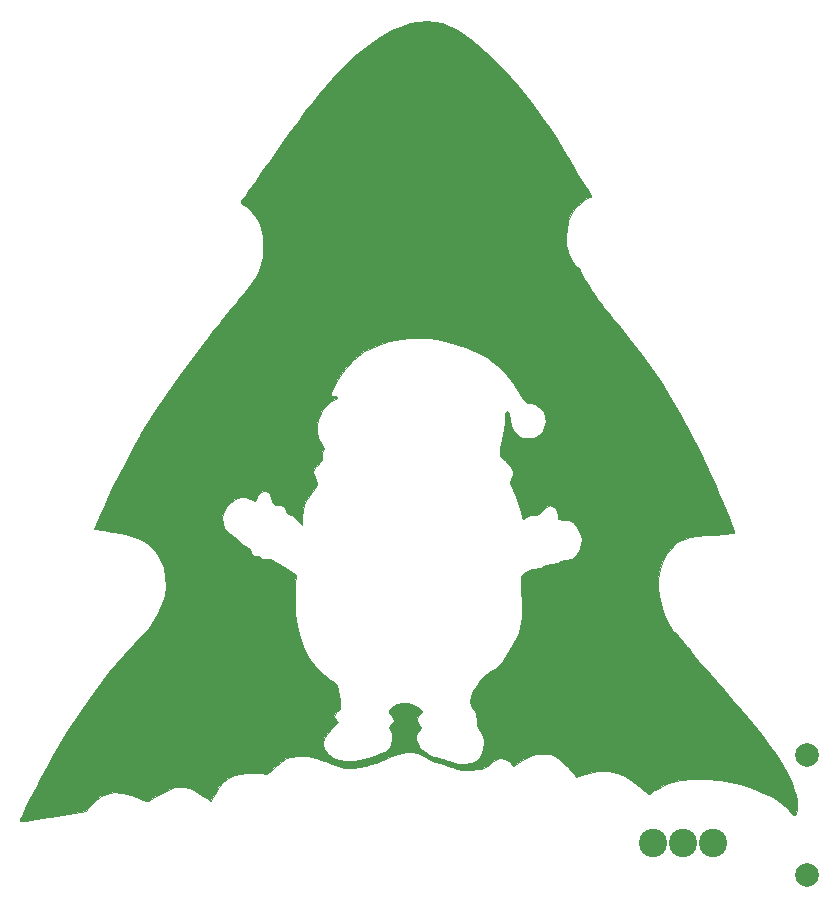
<source format=gbr>
%TF.GenerationSoftware,KiCad,Pcbnew,9.0.6*%
%TF.CreationDate,2025-12-01T09:21:34+01:00*%
%TF.ProjectId,BL_Santa,424c5f53-616e-4746-912e-6b696361645f,rev?*%
%TF.SameCoordinates,Original*%
%TF.FileFunction,Soldermask,Top*%
%TF.FilePolarity,Negative*%
%FSLAX46Y46*%
G04 Gerber Fmt 4.6, Leading zero omitted, Abs format (unit mm)*
G04 Created by KiCad (PCBNEW 9.0.6) date 2025-12-01 09:21:34*
%MOMM*%
%LPD*%
G01*
G04 APERTURE LIST*
%ADD10C,0.010000*%
%ADD11C,2.400000*%
%ADD12C,2.000000*%
G04 APERTURE END LIST*
D10*
%TO.C,G\u002A\u002A\u002A*%
X121587599Y-60490430D02*
X122204809Y-60624925D01*
X122338214Y-60672029D01*
X122943936Y-60936540D01*
X123545278Y-61265172D01*
X124160413Y-61671466D01*
X124807516Y-62168965D01*
X125504762Y-62771212D01*
X126270325Y-63491749D01*
X126722962Y-63939231D01*
X127208174Y-64428982D01*
X127621680Y-64855634D01*
X127986703Y-65246240D01*
X128326464Y-65627850D01*
X128664186Y-66027516D01*
X129023089Y-66472289D01*
X129426396Y-66989220D01*
X129897329Y-67605361D01*
X130103226Y-67876920D01*
X130722817Y-68711871D01*
X131261454Y-69477856D01*
X131754558Y-70228920D01*
X132237547Y-71019106D01*
X132745842Y-71902459D01*
X132771822Y-71948733D01*
X133193952Y-72686545D01*
X133601575Y-73370726D01*
X133979741Y-73977348D01*
X134313500Y-74482484D01*
X134587902Y-74862206D01*
X134609165Y-74889398D01*
X134770842Y-75140416D01*
X134790887Y-75302580D01*
X134669294Y-75374159D01*
X134610385Y-75377733D01*
X134419802Y-75436462D01*
X134160062Y-75591690D01*
X133872941Y-75811980D01*
X133600215Y-76065893D01*
X133418510Y-76274668D01*
X133073710Y-76810180D01*
X132841379Y-77383311D01*
X132708019Y-78035634D01*
X132665067Y-78595066D01*
X132655968Y-79045417D01*
X132669732Y-79381108D01*
X132711856Y-79655922D01*
X132787837Y-79923640D01*
X132806399Y-79977696D01*
X132922792Y-80251630D01*
X133082907Y-80554948D01*
X133262308Y-80849586D01*
X133436559Y-81097478D01*
X133581225Y-81260558D01*
X133658072Y-81304400D01*
X133733001Y-81374228D01*
X133824351Y-81543965D01*
X133831247Y-81560285D01*
X133974071Y-81855486D01*
X134193051Y-82248198D01*
X134464069Y-82699481D01*
X134763005Y-83170395D01*
X135065740Y-83622002D01*
X135348154Y-84015362D01*
X135369229Y-84043256D01*
X135589543Y-84327905D01*
X135890879Y-84709249D01*
X136246256Y-85153566D01*
X136628693Y-85627132D01*
X137011210Y-86096225D01*
X137033467Y-86123361D01*
X138103315Y-87451903D01*
X139063988Y-88700802D01*
X139935167Y-89900276D01*
X140736536Y-91080543D01*
X141487777Y-92271822D01*
X142208572Y-93504330D01*
X142918604Y-94808285D01*
X143637555Y-96213905D01*
X143738496Y-96417400D01*
X144031610Y-97021118D01*
X144342310Y-97680381D01*
X144663413Y-98378262D01*
X144987738Y-99097836D01*
X145308104Y-99822175D01*
X145617330Y-100534355D01*
X145908233Y-101217450D01*
X146173632Y-101854533D01*
X146406347Y-102428678D01*
X146599195Y-102922960D01*
X146744995Y-103320453D01*
X146836565Y-103604231D01*
X146866725Y-103757367D01*
X146861184Y-103777237D01*
X146768762Y-103794819D01*
X146535706Y-103820523D01*
X146190375Y-103851741D01*
X145761130Y-103885867D01*
X145386332Y-103912824D01*
X144480661Y-103984649D01*
X143734631Y-104065073D01*
X143138703Y-104155555D01*
X142683334Y-104257551D01*
X142358984Y-104372519D01*
X142350331Y-104376585D01*
X142077722Y-104555985D01*
X141759196Y-104841652D01*
X141432156Y-105192433D01*
X141134006Y-105567179D01*
X140902147Y-105924740D01*
X140847500Y-106029980D01*
X140570485Y-106796230D01*
X140430495Y-107638234D01*
X140427056Y-108532912D01*
X140559694Y-109457183D01*
X140827938Y-110387967D01*
X140942900Y-110684785D01*
X141181384Y-111195938D01*
X141457939Y-111680851D01*
X141743755Y-112093346D01*
X141998699Y-112377066D01*
X142135272Y-112518889D01*
X142350730Y-112763099D01*
X142618949Y-113079241D01*
X142913806Y-113436861D01*
X143015412Y-113562400D01*
X143265064Y-113866410D01*
X143606515Y-114273429D01*
X144019383Y-114759624D01*
X144483286Y-115301160D01*
X144977843Y-115874205D01*
X145482672Y-116454923D01*
X145766771Y-116779733D01*
X146799438Y-117967816D01*
X147717789Y-119047527D01*
X148528664Y-120028792D01*
X149238904Y-120921540D01*
X149855349Y-121735696D01*
X150384840Y-122481189D01*
X150834216Y-123167945D01*
X151210318Y-123805893D01*
X151519986Y-124404960D01*
X151770062Y-124975072D01*
X151967384Y-125526157D01*
X152091555Y-125958822D01*
X152190422Y-126446868D01*
X152231587Y-126892820D01*
X152215100Y-127262699D01*
X152141012Y-127522524D01*
X152089127Y-127594260D01*
X151973338Y-127689083D01*
X151890273Y-127664378D01*
X151794177Y-127536810D01*
X151387988Y-127064607D01*
X150829340Y-126604973D01*
X150135071Y-126166916D01*
X149322019Y-125759446D01*
X148407020Y-125391573D01*
X147406912Y-125072306D01*
X146971758Y-124956437D01*
X145723636Y-124702631D01*
X144525970Y-124578541D01*
X143391833Y-124583561D01*
X142334298Y-124717085D01*
X141366439Y-124978507D01*
X140731996Y-125245807D01*
X140402294Y-125418781D01*
X140118454Y-125585177D01*
X139924769Y-125718322D01*
X139880165Y-125758784D01*
X139739885Y-125883128D01*
X139650388Y-125923733D01*
X139558383Y-125869182D01*
X139374042Y-125721981D01*
X139127130Y-125506805D01*
X138933524Y-125329439D01*
X138259039Y-124767358D01*
X137597086Y-124358106D01*
X136925096Y-124088857D01*
X136611089Y-124009464D01*
X136202157Y-123941931D01*
X135808929Y-123922440D01*
X135388569Y-123954364D01*
X134898239Y-124041077D01*
X134295103Y-124185952D01*
X134262659Y-124194407D01*
X133467184Y-124402267D01*
X133335634Y-124210500D01*
X133094928Y-123907291D01*
X132773323Y-123565815D01*
X132416513Y-123229152D01*
X132070196Y-122940379D01*
X131780068Y-122742576D01*
X131776254Y-122740453D01*
X131519470Y-122611118D01*
X131288531Y-122536648D01*
X131017861Y-122502668D01*
X130655466Y-122494800D01*
X130113117Y-122536199D01*
X129607383Y-122671071D01*
X129094147Y-122915606D01*
X128560338Y-123263590D01*
X128338549Y-123417229D01*
X128180744Y-123515764D01*
X128125535Y-123537717D01*
X128080373Y-123450873D01*
X127997527Y-123287252D01*
X127805522Y-123053466D01*
X127504478Y-122919164D01*
X127074988Y-122875737D01*
X127069758Y-122875733D01*
X126801160Y-122893363D01*
X126609121Y-122970174D01*
X126411610Y-123142041D01*
X126375242Y-123179485D01*
X126098375Y-123439183D01*
X125824378Y-123619985D01*
X125512558Y-123735996D01*
X125122221Y-123801320D01*
X124612672Y-123830060D01*
X124490583Y-123832700D01*
X124061703Y-123836759D01*
X123753562Y-123826328D01*
X123517720Y-123794230D01*
X123305740Y-123733287D01*
X123069184Y-123636324D01*
X123021397Y-123615004D01*
X122654359Y-123471580D01*
X122256072Y-123347869D01*
X122008083Y-123289796D01*
X121282570Y-123070971D01*
X120624279Y-122698584D01*
X120575999Y-122663078D01*
X120138389Y-122420266D01*
X119640337Y-122307567D01*
X119071640Y-122325678D01*
X118422092Y-122475300D01*
X117681493Y-122757130D01*
X117414639Y-122879616D01*
X117031740Y-123041733D01*
X116551744Y-123215641D01*
X116043142Y-123377704D01*
X115678972Y-123478572D01*
X115143939Y-123602836D01*
X114680561Y-123676526D01*
X114254715Y-123695178D01*
X113832281Y-123654325D01*
X113379139Y-123549502D01*
X112861169Y-123376244D01*
X112244248Y-123130084D01*
X111901800Y-122984220D01*
X111498471Y-122821452D01*
X111164732Y-122721780D01*
X110821709Y-122666863D01*
X110420133Y-122639649D01*
X109853219Y-122641222D01*
X109380217Y-122713746D01*
X108957027Y-122874845D01*
X108539552Y-123142142D01*
X108083692Y-123533262D01*
X108010301Y-123602720D01*
X107360118Y-124223901D01*
X106773459Y-124132198D01*
X106208828Y-124081048D01*
X105606241Y-124088650D01*
X105030768Y-124150875D01*
X104547480Y-124263592D01*
X104511627Y-124275757D01*
X104057927Y-124509939D01*
X103610454Y-124878448D01*
X103202909Y-125348519D01*
X102884031Y-125858137D01*
X102733579Y-126145689D01*
X102614972Y-126369039D01*
X102548107Y-126490834D01*
X102541016Y-126502104D01*
X102469861Y-126466379D01*
X102302295Y-126346351D01*
X102071842Y-126166303D01*
X102024718Y-126128130D01*
X101399723Y-125687425D01*
X100792155Y-125405505D01*
X100187156Y-125282080D01*
X99569869Y-125316858D01*
X98925436Y-125509547D01*
X98239000Y-125859855D01*
X97943442Y-126047988D01*
X97640385Y-126246475D01*
X97388603Y-126403262D01*
X97221650Y-126497896D01*
X97174916Y-126516400D01*
X97066066Y-126484437D01*
X96853630Y-126401510D01*
X96638401Y-126309515D01*
X95808414Y-125987199D01*
X95069281Y-125800271D01*
X94407027Y-125751133D01*
X93807679Y-125842187D01*
X93257263Y-126075837D01*
X92741806Y-126454484D01*
X92247334Y-126980532D01*
X92169828Y-127077775D01*
X91962800Y-127342818D01*
X89507466Y-127735095D01*
X88866654Y-127837526D01*
X88266207Y-127933603D01*
X87730494Y-128019417D01*
X87283886Y-128091062D01*
X86950752Y-128144633D01*
X86755460Y-128176220D01*
X86734633Y-128179631D01*
X86523807Y-128201199D01*
X86432734Y-128163956D01*
X86417133Y-128089825D01*
X86455939Y-127962059D01*
X86565550Y-127705598D01*
X86735756Y-127340444D01*
X86956347Y-126886598D01*
X87217114Y-126364061D01*
X87507847Y-125792833D01*
X87818336Y-125192917D01*
X88138371Y-124584313D01*
X88457743Y-123987022D01*
X88766241Y-123421046D01*
X89053655Y-122906385D01*
X89143561Y-122748733D01*
X90346510Y-120727920D01*
X91546960Y-118864655D01*
X92753197Y-117147496D01*
X93973506Y-115565000D01*
X95216170Y-114105725D01*
X96059070Y-113197817D01*
X96747685Y-112455729D01*
X97310424Y-111787355D01*
X97761162Y-111170789D01*
X98113772Y-110584123D01*
X98382131Y-110005449D01*
X98580111Y-109412861D01*
X98660079Y-109090931D01*
X98764222Y-108294770D01*
X98732266Y-107498414D01*
X98572884Y-106729140D01*
X98294750Y-106014227D01*
X97906539Y-105380952D01*
X97416925Y-104856591D01*
X97277874Y-104744334D01*
X96922715Y-104501144D01*
X96535759Y-104293491D01*
X96093613Y-104114135D01*
X95572886Y-103955836D01*
X94950187Y-103811355D01*
X94202123Y-103673451D01*
X93427755Y-103552696D01*
X92691378Y-103444733D01*
X93068777Y-102555733D01*
X103522131Y-102555733D01*
X103561939Y-102999473D01*
X103703622Y-103343479D01*
X103973395Y-103639504D01*
X104134200Y-103764137D01*
X104449858Y-104009840D01*
X104776708Y-104292637D01*
X104945561Y-104453395D01*
X105197602Y-104684490D01*
X105455302Y-104885721D01*
X105598895Y-104977218D01*
X105846541Y-105179791D01*
X105936848Y-105368165D01*
X106062346Y-105614490D01*
X106308753Y-105746591D01*
X106555178Y-105773066D01*
X106745195Y-105804012D01*
X106842164Y-105876493D01*
X106943334Y-105943184D01*
X107161083Y-105980943D01*
X107251386Y-105984729D01*
X107417605Y-105990553D01*
X107564452Y-106011925D01*
X107719168Y-106061821D01*
X107908996Y-106153215D01*
X108161179Y-106299083D01*
X108502958Y-106512399D01*
X108920303Y-106779605D01*
X109791140Y-107339400D01*
X109724637Y-108101400D01*
X109658317Y-109382075D01*
X109696312Y-110548112D01*
X109841877Y-111620743D01*
X110098270Y-112621202D01*
X110468747Y-113570720D01*
X110607614Y-113858733D01*
X110836238Y-114277475D01*
X111081482Y-114642447D01*
X111384153Y-115008913D01*
X111721927Y-115367850D01*
X112043905Y-115681117D01*
X112365776Y-115966542D01*
X112648118Y-116190698D01*
X112835935Y-116312471D01*
X113040426Y-116426693D01*
X113168879Y-116541292D01*
X113254764Y-116705775D01*
X113331555Y-116969648D01*
X113361186Y-117089353D01*
X113442034Y-117476345D01*
X113506416Y-117884728D01*
X113534744Y-118156302D01*
X113546803Y-118436747D01*
X113522052Y-118608437D01*
X113439186Y-118731239D01*
X113284660Y-118859111D01*
X113064788Y-119091206D01*
X113013583Y-119326143D01*
X113130387Y-119568488D01*
X113175167Y-119619650D01*
X113347867Y-119803481D01*
X112759527Y-120391822D01*
X112387989Y-120793706D01*
X112150770Y-121133750D01*
X112038230Y-121439277D01*
X112040730Y-121737608D01*
X112148630Y-122056065D01*
X112162239Y-122084701D01*
X112462146Y-122522184D01*
X112876889Y-122840198D01*
X113400898Y-123038339D01*
X114028607Y-123116205D01*
X114754448Y-123073393D01*
X115572853Y-122909502D01*
X116478253Y-122624127D01*
X116969994Y-122432390D01*
X117288062Y-122294751D01*
X117491849Y-122179490D01*
X117625631Y-122049530D01*
X117733678Y-121867797D01*
X117793252Y-121742988D01*
X117938303Y-121265020D01*
X117917703Y-120798764D01*
X117768882Y-120392849D01*
X117698520Y-120220967D01*
X117724962Y-120100455D01*
X117865324Y-119952392D01*
X118011781Y-119791835D01*
X118081521Y-119666552D01*
X118082466Y-119656876D01*
X118033058Y-119482761D01*
X117913645Y-119262872D01*
X117772761Y-119082599D01*
X117668591Y-118907741D01*
X117719468Y-118726730D01*
X117849633Y-118582395D01*
X118291935Y-118281410D01*
X118776097Y-118139931D01*
X119287206Y-118157930D01*
X119810353Y-118335379D01*
X120220300Y-118586773D01*
X120395633Y-118740711D01*
X120435797Y-118875285D01*
X120341688Y-119039076D01*
X120230883Y-119161446D01*
X120048096Y-119446756D01*
X120029882Y-119737401D01*
X120176905Y-120014793D01*
X120199493Y-120039783D01*
X120390353Y-120242944D01*
X120158079Y-120518986D01*
X120013978Y-120717522D01*
X119958691Y-120902995D01*
X119969122Y-121159740D01*
X119973105Y-121194402D01*
X120044298Y-121507915D01*
X120164316Y-121803359D01*
X120206332Y-121874921D01*
X120371780Y-122056224D01*
X120629307Y-122265667D01*
X120932691Y-122473334D01*
X121235705Y-122649307D01*
X121492127Y-122763669D01*
X121621866Y-122791066D01*
X121846442Y-122826236D01*
X122205550Y-122927977D01*
X122680565Y-123090634D01*
X122993133Y-123207323D01*
X123502717Y-123326331D01*
X124073668Y-123334542D01*
X124640928Y-123233815D01*
X124877549Y-123153485D01*
X125165920Y-122989024D01*
X125386223Y-122738418D01*
X125561954Y-122369430D01*
X125651998Y-122090962D01*
X125733600Y-121683819D01*
X125714138Y-121321341D01*
X125583420Y-120952163D01*
X125345538Y-120546392D01*
X125189792Y-120287443D01*
X125106469Y-120060769D01*
X125073734Y-119789251D01*
X125069285Y-119570699D01*
X125060162Y-119253437D01*
X125021868Y-119041502D01*
X124934212Y-118871130D01*
X124792300Y-118695918D01*
X124589899Y-118382278D01*
X124517993Y-118037445D01*
X124578508Y-117643208D01*
X124773369Y-117181356D01*
X124992231Y-116805722D01*
X125450479Y-116177053D01*
X125924797Y-115713380D01*
X126332094Y-115451724D01*
X126623267Y-115292154D01*
X126867593Y-115117562D01*
X127090514Y-114899879D01*
X127317469Y-114611035D01*
X127573899Y-114222962D01*
X127833149Y-113795623D01*
X128163582Y-113224209D01*
X128425224Y-112726076D01*
X128624238Y-112270872D01*
X128766784Y-111828242D01*
X128859024Y-111367833D01*
X128907120Y-110859291D01*
X128917234Y-110272261D01*
X128895527Y-109576390D01*
X128850774Y-108782564D01*
X128817456Y-108264391D01*
X128799432Y-107886473D01*
X128806376Y-107619823D01*
X128847961Y-107435458D01*
X128933862Y-107304390D01*
X129073753Y-107197635D01*
X129277307Y-107086208D01*
X129446152Y-106998693D01*
X129765546Y-106867485D01*
X130081648Y-106795182D01*
X130175567Y-106789066D01*
X130510628Y-106731258D01*
X130720903Y-106619733D01*
X130994041Y-106488234D01*
X131261487Y-106448540D01*
X131554962Y-106409961D01*
X131868111Y-106316935D01*
X131928249Y-106291577D01*
X132240273Y-106178006D01*
X132586167Y-106090729D01*
X132662879Y-106077512D01*
X133127444Y-105945855D01*
X133478900Y-105697408D01*
X133740186Y-105314078D01*
X133800192Y-105180400D01*
X133948103Y-104733011D01*
X133980877Y-104343214D01*
X133896681Y-103946730D01*
X133755264Y-103605452D01*
X133503909Y-103172051D01*
X133215026Y-102884359D01*
X132856754Y-102718849D01*
X132470115Y-102656381D01*
X131987690Y-102621486D01*
X131945217Y-102244671D01*
X131852521Y-101900145D01*
X131677389Y-101632627D01*
X131448833Y-101478430D01*
X131314414Y-101455066D01*
X131129497Y-101517869D01*
X130874734Y-101691469D01*
X130688706Y-101852765D01*
X130448955Y-102066557D01*
X130273008Y-102183435D01*
X130107569Y-102228804D01*
X129901136Y-102228178D01*
X129612951Y-102240953D01*
X129384272Y-102344018D01*
X129268026Y-102433681D01*
X129095344Y-102567127D01*
X128984785Y-102630400D01*
X128968924Y-102629768D01*
X128938029Y-102539571D01*
X128876563Y-102320257D01*
X128794153Y-102007201D01*
X128721739Y-101721542D01*
X128590610Y-101261809D01*
X128425286Y-100774908D01*
X128253479Y-100339835D01*
X128182205Y-100183596D01*
X127861466Y-99522174D01*
X128011383Y-99197454D01*
X128129344Y-98835684D01*
X128118897Y-98507384D01*
X127971198Y-98183523D01*
X127677403Y-97835073D01*
X127562519Y-97724260D01*
X127310236Y-97482126D01*
X127159587Y-97307993D01*
X127084692Y-97158444D01*
X127059670Y-96990066D01*
X127057780Y-96877593D01*
X127084730Y-96592671D01*
X127153993Y-96235866D01*
X127230638Y-95951733D01*
X127331240Y-95528184D01*
X127409409Y-94991729D01*
X127454240Y-94448900D01*
X127483609Y-94007334D01*
X127517619Y-93714906D01*
X127559749Y-93551420D01*
X127613480Y-93496685D01*
X127618435Y-93496400D01*
X127715239Y-93569353D01*
X127779065Y-93729233D01*
X127892927Y-94245734D01*
X127998894Y-94627629D01*
X128110147Y-94908329D01*
X128239865Y-95121246D01*
X128397091Y-95295845D01*
X128696633Y-95555961D01*
X128955843Y-95705646D01*
X129233653Y-95771653D01*
X129468771Y-95782400D01*
X129953364Y-95707337D01*
X130356928Y-95484479D01*
X130674499Y-95117317D01*
X130820759Y-94831463D01*
X130939781Y-94370621D01*
X130896866Y-93922975D01*
X130754993Y-93573216D01*
X130453235Y-93164999D01*
X130052967Y-92894275D01*
X129602987Y-92769518D01*
X129420476Y-92740410D01*
X129284585Y-92691691D01*
X129164847Y-92595315D01*
X129030795Y-92423234D01*
X128851962Y-92147404D01*
X128750520Y-91984788D01*
X128148242Y-91085224D01*
X127542052Y-90324760D01*
X126906391Y-89674549D01*
X126215703Y-89105746D01*
X126169754Y-89071970D01*
X125586684Y-88704787D01*
X124876383Y-88351234D01*
X124080947Y-88025998D01*
X123242475Y-87743766D01*
X122403066Y-87519226D01*
X121604816Y-87367067D01*
X121131568Y-87314199D01*
X120573332Y-87289921D01*
X119957269Y-87291524D01*
X119325936Y-87316341D01*
X118721889Y-87361701D01*
X118187689Y-87424935D01*
X117765891Y-87503375D01*
X117659133Y-87531988D01*
X116984090Y-87754150D01*
X116352771Y-88000693D01*
X115805838Y-88254309D01*
X115383951Y-88497693D01*
X115373133Y-88505007D01*
X114596505Y-89132710D01*
X113892466Y-89907243D01*
X113269044Y-90818892D01*
X112906446Y-91489351D01*
X112756246Y-91824320D01*
X112703906Y-92041459D01*
X112754419Y-92164532D01*
X112912775Y-92217303D01*
X113060969Y-92225103D01*
X113247960Y-92258732D01*
X113282428Y-92337398D01*
X113164714Y-92433290D01*
X113057898Y-92476077D01*
X112680708Y-92671793D01*
X112307402Y-92991065D01*
X111981978Y-93392935D01*
X111864227Y-93587334D01*
X111652053Y-94134003D01*
X111565196Y-94731671D01*
X111602153Y-95334454D01*
X111761423Y-95896469D01*
X111951375Y-96250683D01*
X112084109Y-96472341D01*
X112119670Y-96629698D01*
X112078239Y-96774281D01*
X112017177Y-96994026D01*
X111987118Y-97270366D01*
X111986466Y-97311808D01*
X111967926Y-97522345D01*
X111891964Y-97697051D01*
X111728069Y-97892074D01*
X111605466Y-98012977D01*
X111404283Y-98226751D01*
X111266206Y-98413639D01*
X111224466Y-98516418D01*
X111254290Y-98670271D01*
X111330706Y-98914312D01*
X111393800Y-99084400D01*
X111489310Y-99349443D01*
X111550716Y-99563501D01*
X111563133Y-99643578D01*
X111512350Y-99769888D01*
X111378745Y-99980202D01*
X111190433Y-100230593D01*
X111176142Y-100248225D01*
X110954846Y-100536228D01*
X110756935Y-100821853D01*
X110633516Y-101028367D01*
X110501235Y-101373895D01*
X110390861Y-101822448D01*
X110315834Y-102307930D01*
X110289660Y-102719449D01*
X110286188Y-103106066D01*
X109971441Y-102758385D01*
X109714335Y-102516252D01*
X109423034Y-102300566D01*
X109297580Y-102227497D01*
X109037628Y-102056794D01*
X108939181Y-101894311D01*
X108938466Y-101879977D01*
X108863073Y-101658360D01*
X108673909Y-101482623D01*
X108426500Y-101395025D01*
X108303466Y-101396678D01*
X108001527Y-101390573D01*
X107814614Y-101269664D01*
X107752816Y-101049921D01*
X107697557Y-100782944D01*
X107558714Y-100512626D01*
X107375683Y-100302967D01*
X107246829Y-100227938D01*
X107008869Y-100236724D01*
X106758566Y-100393413D01*
X106520997Y-100680762D01*
X106472671Y-100760253D01*
X106288365Y-101080492D01*
X105898915Y-100882231D01*
X105539577Y-100749522D01*
X105191186Y-100741238D01*
X104804339Y-100859832D01*
X104623295Y-100945623D01*
X104196604Y-101238814D01*
X103853113Y-101623522D01*
X103619693Y-102060454D01*
X103523218Y-102510315D01*
X103522131Y-102555733D01*
X93068777Y-102555733D01*
X93194577Y-102259400D01*
X93510988Y-101541985D01*
X93894802Y-100716976D01*
X94327689Y-99820563D01*
X94791316Y-98888937D01*
X95267352Y-97958289D01*
X95737465Y-97064808D01*
X96183325Y-96244686D01*
X96586599Y-95534114D01*
X96689774Y-95359066D01*
X97689273Y-93737444D01*
X98764629Y-92105392D01*
X99933112Y-90437933D01*
X101211998Y-88710091D01*
X101973997Y-87718180D01*
X102336177Y-87251630D01*
X102698658Y-86783331D01*
X103035316Y-86347133D01*
X103320028Y-85976883D01*
X103526185Y-85707066D01*
X103764788Y-85404312D01*
X104079967Y-85020667D01*
X104434514Y-84600643D01*
X104791218Y-84188755D01*
X104870939Y-84098400D01*
X105486837Y-83377166D01*
X105980231Y-82734437D01*
X106362802Y-82145429D01*
X106646231Y-81585361D01*
X106842200Y-81029450D01*
X106962390Y-80452913D01*
X107018482Y-79830969D01*
X107025949Y-79526400D01*
X107022042Y-79031240D01*
X106997251Y-78649005D01*
X106945180Y-78323906D01*
X106859433Y-78000154D01*
X106846004Y-77956925D01*
X106624798Y-77413634D01*
X106327378Y-76913197D01*
X105983489Y-76498462D01*
X105643378Y-76224400D01*
X105342053Y-76042631D01*
X105169035Y-75916045D01*
X105113250Y-75803665D01*
X105163625Y-75664510D01*
X105309088Y-75457602D01*
X105402238Y-75331990D01*
X105537022Y-75145261D01*
X105754932Y-74839261D01*
X106042160Y-74433561D01*
X106384896Y-73947735D01*
X106769330Y-73401354D01*
X107181654Y-72813989D01*
X107567454Y-72263242D01*
X108429629Y-71038709D01*
X109212327Y-69943970D01*
X109926228Y-68965483D01*
X110582015Y-68089707D01*
X111190371Y-67303102D01*
X111761977Y-66592125D01*
X112307516Y-65943235D01*
X112837671Y-65342893D01*
X113363122Y-64777555D01*
X113894553Y-64233682D01*
X113928346Y-64199957D01*
X114924836Y-63269589D01*
X115925055Y-62457787D01*
X116915661Y-61773241D01*
X117883315Y-61224640D01*
X118814674Y-60820673D01*
X119394800Y-60639634D01*
X120137718Y-60497290D01*
X120883610Y-60447720D01*
X121587599Y-60490430D01*
G36*
X121587599Y-60490430D02*
G01*
X122204809Y-60624925D01*
X122338214Y-60672029D01*
X122943936Y-60936540D01*
X123545278Y-61265172D01*
X124160413Y-61671466D01*
X124807516Y-62168965D01*
X125504762Y-62771212D01*
X126270325Y-63491749D01*
X126722962Y-63939231D01*
X127208174Y-64428982D01*
X127621680Y-64855634D01*
X127986703Y-65246240D01*
X128326464Y-65627850D01*
X128664186Y-66027516D01*
X129023089Y-66472289D01*
X129426396Y-66989220D01*
X129897329Y-67605361D01*
X130103226Y-67876920D01*
X130722817Y-68711871D01*
X131261454Y-69477856D01*
X131754558Y-70228920D01*
X132237547Y-71019106D01*
X132745842Y-71902459D01*
X132771822Y-71948733D01*
X133193952Y-72686545D01*
X133601575Y-73370726D01*
X133979741Y-73977348D01*
X134313500Y-74482484D01*
X134587902Y-74862206D01*
X134609165Y-74889398D01*
X134770842Y-75140416D01*
X134790887Y-75302580D01*
X134669294Y-75374159D01*
X134610385Y-75377733D01*
X134419802Y-75436462D01*
X134160062Y-75591690D01*
X133872941Y-75811980D01*
X133600215Y-76065893D01*
X133418510Y-76274668D01*
X133073710Y-76810180D01*
X132841379Y-77383311D01*
X132708019Y-78035634D01*
X132665067Y-78595066D01*
X132655968Y-79045417D01*
X132669732Y-79381108D01*
X132711856Y-79655922D01*
X132787837Y-79923640D01*
X132806399Y-79977696D01*
X132922792Y-80251630D01*
X133082907Y-80554948D01*
X133262308Y-80849586D01*
X133436559Y-81097478D01*
X133581225Y-81260558D01*
X133658072Y-81304400D01*
X133733001Y-81374228D01*
X133824351Y-81543965D01*
X133831247Y-81560285D01*
X133974071Y-81855486D01*
X134193051Y-82248198D01*
X134464069Y-82699481D01*
X134763005Y-83170395D01*
X135065740Y-83622002D01*
X135348154Y-84015362D01*
X135369229Y-84043256D01*
X135589543Y-84327905D01*
X135890879Y-84709249D01*
X136246256Y-85153566D01*
X136628693Y-85627132D01*
X137011210Y-86096225D01*
X137033467Y-86123361D01*
X138103315Y-87451903D01*
X139063988Y-88700802D01*
X139935167Y-89900276D01*
X140736536Y-91080543D01*
X141487777Y-92271822D01*
X142208572Y-93504330D01*
X142918604Y-94808285D01*
X143637555Y-96213905D01*
X143738496Y-96417400D01*
X144031610Y-97021118D01*
X144342310Y-97680381D01*
X144663413Y-98378262D01*
X144987738Y-99097836D01*
X145308104Y-99822175D01*
X145617330Y-100534355D01*
X145908233Y-101217450D01*
X146173632Y-101854533D01*
X146406347Y-102428678D01*
X146599195Y-102922960D01*
X146744995Y-103320453D01*
X146836565Y-103604231D01*
X146866725Y-103757367D01*
X146861184Y-103777237D01*
X146768762Y-103794819D01*
X146535706Y-103820523D01*
X146190375Y-103851741D01*
X145761130Y-103885867D01*
X145386332Y-103912824D01*
X144480661Y-103984649D01*
X143734631Y-104065073D01*
X143138703Y-104155555D01*
X142683334Y-104257551D01*
X142358984Y-104372519D01*
X142350331Y-104376585D01*
X142077722Y-104555985D01*
X141759196Y-104841652D01*
X141432156Y-105192433D01*
X141134006Y-105567179D01*
X140902147Y-105924740D01*
X140847500Y-106029980D01*
X140570485Y-106796230D01*
X140430495Y-107638234D01*
X140427056Y-108532912D01*
X140559694Y-109457183D01*
X140827938Y-110387967D01*
X140942900Y-110684785D01*
X141181384Y-111195938D01*
X141457939Y-111680851D01*
X141743755Y-112093346D01*
X141998699Y-112377066D01*
X142135272Y-112518889D01*
X142350730Y-112763099D01*
X142618949Y-113079241D01*
X142913806Y-113436861D01*
X143015412Y-113562400D01*
X143265064Y-113866410D01*
X143606515Y-114273429D01*
X144019383Y-114759624D01*
X144483286Y-115301160D01*
X144977843Y-115874205D01*
X145482672Y-116454923D01*
X145766771Y-116779733D01*
X146799438Y-117967816D01*
X147717789Y-119047527D01*
X148528664Y-120028792D01*
X149238904Y-120921540D01*
X149855349Y-121735696D01*
X150384840Y-122481189D01*
X150834216Y-123167945D01*
X151210318Y-123805893D01*
X151519986Y-124404960D01*
X151770062Y-124975072D01*
X151967384Y-125526157D01*
X152091555Y-125958822D01*
X152190422Y-126446868D01*
X152231587Y-126892820D01*
X152215100Y-127262699D01*
X152141012Y-127522524D01*
X152089127Y-127594260D01*
X151973338Y-127689083D01*
X151890273Y-127664378D01*
X151794177Y-127536810D01*
X151387988Y-127064607D01*
X150829340Y-126604973D01*
X150135071Y-126166916D01*
X149322019Y-125759446D01*
X148407020Y-125391573D01*
X147406912Y-125072306D01*
X146971758Y-124956437D01*
X145723636Y-124702631D01*
X144525970Y-124578541D01*
X143391833Y-124583561D01*
X142334298Y-124717085D01*
X141366439Y-124978507D01*
X140731996Y-125245807D01*
X140402294Y-125418781D01*
X140118454Y-125585177D01*
X139924769Y-125718322D01*
X139880165Y-125758784D01*
X139739885Y-125883128D01*
X139650388Y-125923733D01*
X139558383Y-125869182D01*
X139374042Y-125721981D01*
X139127130Y-125506805D01*
X138933524Y-125329439D01*
X138259039Y-124767358D01*
X137597086Y-124358106D01*
X136925096Y-124088857D01*
X136611089Y-124009464D01*
X136202157Y-123941931D01*
X135808929Y-123922440D01*
X135388569Y-123954364D01*
X134898239Y-124041077D01*
X134295103Y-124185952D01*
X134262659Y-124194407D01*
X133467184Y-124402267D01*
X133335634Y-124210500D01*
X133094928Y-123907291D01*
X132773323Y-123565815D01*
X132416513Y-123229152D01*
X132070196Y-122940379D01*
X131780068Y-122742576D01*
X131776254Y-122740453D01*
X131519470Y-122611118D01*
X131288531Y-122536648D01*
X131017861Y-122502668D01*
X130655466Y-122494800D01*
X130113117Y-122536199D01*
X129607383Y-122671071D01*
X129094147Y-122915606D01*
X128560338Y-123263590D01*
X128338549Y-123417229D01*
X128180744Y-123515764D01*
X128125535Y-123537717D01*
X128080373Y-123450873D01*
X127997527Y-123287252D01*
X127805522Y-123053466D01*
X127504478Y-122919164D01*
X127074988Y-122875737D01*
X127069758Y-122875733D01*
X126801160Y-122893363D01*
X126609121Y-122970174D01*
X126411610Y-123142041D01*
X126375242Y-123179485D01*
X126098375Y-123439183D01*
X125824378Y-123619985D01*
X125512558Y-123735996D01*
X125122221Y-123801320D01*
X124612672Y-123830060D01*
X124490583Y-123832700D01*
X124061703Y-123836759D01*
X123753562Y-123826328D01*
X123517720Y-123794230D01*
X123305740Y-123733287D01*
X123069184Y-123636324D01*
X123021397Y-123615004D01*
X122654359Y-123471580D01*
X122256072Y-123347869D01*
X122008083Y-123289796D01*
X121282570Y-123070971D01*
X120624279Y-122698584D01*
X120575999Y-122663078D01*
X120138389Y-122420266D01*
X119640337Y-122307567D01*
X119071640Y-122325678D01*
X118422092Y-122475300D01*
X117681493Y-122757130D01*
X117414639Y-122879616D01*
X117031740Y-123041733D01*
X116551744Y-123215641D01*
X116043142Y-123377704D01*
X115678972Y-123478572D01*
X115143939Y-123602836D01*
X114680561Y-123676526D01*
X114254715Y-123695178D01*
X113832281Y-123654325D01*
X113379139Y-123549502D01*
X112861169Y-123376244D01*
X112244248Y-123130084D01*
X111901800Y-122984220D01*
X111498471Y-122821452D01*
X111164732Y-122721780D01*
X110821709Y-122666863D01*
X110420133Y-122639649D01*
X109853219Y-122641222D01*
X109380217Y-122713746D01*
X108957027Y-122874845D01*
X108539552Y-123142142D01*
X108083692Y-123533262D01*
X108010301Y-123602720D01*
X107360118Y-124223901D01*
X106773459Y-124132198D01*
X106208828Y-124081048D01*
X105606241Y-124088650D01*
X105030768Y-124150875D01*
X104547480Y-124263592D01*
X104511627Y-124275757D01*
X104057927Y-124509939D01*
X103610454Y-124878448D01*
X103202909Y-125348519D01*
X102884031Y-125858137D01*
X102733579Y-126145689D01*
X102614972Y-126369039D01*
X102548107Y-126490834D01*
X102541016Y-126502104D01*
X102469861Y-126466379D01*
X102302295Y-126346351D01*
X102071842Y-126166303D01*
X102024718Y-126128130D01*
X101399723Y-125687425D01*
X100792155Y-125405505D01*
X100187156Y-125282080D01*
X99569869Y-125316858D01*
X98925436Y-125509547D01*
X98239000Y-125859855D01*
X97943442Y-126047988D01*
X97640385Y-126246475D01*
X97388603Y-126403262D01*
X97221650Y-126497896D01*
X97174916Y-126516400D01*
X97066066Y-126484437D01*
X96853630Y-126401510D01*
X96638401Y-126309515D01*
X95808414Y-125987199D01*
X95069281Y-125800271D01*
X94407027Y-125751133D01*
X93807679Y-125842187D01*
X93257263Y-126075837D01*
X92741806Y-126454484D01*
X92247334Y-126980532D01*
X92169828Y-127077775D01*
X91962800Y-127342818D01*
X89507466Y-127735095D01*
X88866654Y-127837526D01*
X88266207Y-127933603D01*
X87730494Y-128019417D01*
X87283886Y-128091062D01*
X86950752Y-128144633D01*
X86755460Y-128176220D01*
X86734633Y-128179631D01*
X86523807Y-128201199D01*
X86432734Y-128163956D01*
X86417133Y-128089825D01*
X86455939Y-127962059D01*
X86565550Y-127705598D01*
X86735756Y-127340444D01*
X86956347Y-126886598D01*
X87217114Y-126364061D01*
X87507847Y-125792833D01*
X87818336Y-125192917D01*
X88138371Y-124584313D01*
X88457743Y-123987022D01*
X88766241Y-123421046D01*
X89053655Y-122906385D01*
X89143561Y-122748733D01*
X90346510Y-120727920D01*
X91546960Y-118864655D01*
X92753197Y-117147496D01*
X93973506Y-115565000D01*
X95216170Y-114105725D01*
X96059070Y-113197817D01*
X96747685Y-112455729D01*
X97310424Y-111787355D01*
X97761162Y-111170789D01*
X98113772Y-110584123D01*
X98382131Y-110005449D01*
X98580111Y-109412861D01*
X98660079Y-109090931D01*
X98764222Y-108294770D01*
X98732266Y-107498414D01*
X98572884Y-106729140D01*
X98294750Y-106014227D01*
X97906539Y-105380952D01*
X97416925Y-104856591D01*
X97277874Y-104744334D01*
X96922715Y-104501144D01*
X96535759Y-104293491D01*
X96093613Y-104114135D01*
X95572886Y-103955836D01*
X94950187Y-103811355D01*
X94202123Y-103673451D01*
X93427755Y-103552696D01*
X92691378Y-103444733D01*
X93068777Y-102555733D01*
X103522131Y-102555733D01*
X103561939Y-102999473D01*
X103703622Y-103343479D01*
X103973395Y-103639504D01*
X104134200Y-103764137D01*
X104449858Y-104009840D01*
X104776708Y-104292637D01*
X104945561Y-104453395D01*
X105197602Y-104684490D01*
X105455302Y-104885721D01*
X105598895Y-104977218D01*
X105846541Y-105179791D01*
X105936848Y-105368165D01*
X106062346Y-105614490D01*
X106308753Y-105746591D01*
X106555178Y-105773066D01*
X106745195Y-105804012D01*
X106842164Y-105876493D01*
X106943334Y-105943184D01*
X107161083Y-105980943D01*
X107251386Y-105984729D01*
X107417605Y-105990553D01*
X107564452Y-106011925D01*
X107719168Y-106061821D01*
X107908996Y-106153215D01*
X108161179Y-106299083D01*
X108502958Y-106512399D01*
X108920303Y-106779605D01*
X109791140Y-107339400D01*
X109724637Y-108101400D01*
X109658317Y-109382075D01*
X109696312Y-110548112D01*
X109841877Y-111620743D01*
X110098270Y-112621202D01*
X110468747Y-113570720D01*
X110607614Y-113858733D01*
X110836238Y-114277475D01*
X111081482Y-114642447D01*
X111384153Y-115008913D01*
X111721927Y-115367850D01*
X112043905Y-115681117D01*
X112365776Y-115966542D01*
X112648118Y-116190698D01*
X112835935Y-116312471D01*
X113040426Y-116426693D01*
X113168879Y-116541292D01*
X113254764Y-116705775D01*
X113331555Y-116969648D01*
X113361186Y-117089353D01*
X113442034Y-117476345D01*
X113506416Y-117884728D01*
X113534744Y-118156302D01*
X113546803Y-118436747D01*
X113522052Y-118608437D01*
X113439186Y-118731239D01*
X113284660Y-118859111D01*
X113064788Y-119091206D01*
X113013583Y-119326143D01*
X113130387Y-119568488D01*
X113175167Y-119619650D01*
X113347867Y-119803481D01*
X112759527Y-120391822D01*
X112387989Y-120793706D01*
X112150770Y-121133750D01*
X112038230Y-121439277D01*
X112040730Y-121737608D01*
X112148630Y-122056065D01*
X112162239Y-122084701D01*
X112462146Y-122522184D01*
X112876889Y-122840198D01*
X113400898Y-123038339D01*
X114028607Y-123116205D01*
X114754448Y-123073393D01*
X115572853Y-122909502D01*
X116478253Y-122624127D01*
X116969994Y-122432390D01*
X117288062Y-122294751D01*
X117491849Y-122179490D01*
X117625631Y-122049530D01*
X117733678Y-121867797D01*
X117793252Y-121742988D01*
X117938303Y-121265020D01*
X117917703Y-120798764D01*
X117768882Y-120392849D01*
X117698520Y-120220967D01*
X117724962Y-120100455D01*
X117865324Y-119952392D01*
X118011781Y-119791835D01*
X118081521Y-119666552D01*
X118082466Y-119656876D01*
X118033058Y-119482761D01*
X117913645Y-119262872D01*
X117772761Y-119082599D01*
X117668591Y-118907741D01*
X117719468Y-118726730D01*
X117849633Y-118582395D01*
X118291935Y-118281410D01*
X118776097Y-118139931D01*
X119287206Y-118157930D01*
X119810353Y-118335379D01*
X120220300Y-118586773D01*
X120395633Y-118740711D01*
X120435797Y-118875285D01*
X120341688Y-119039076D01*
X120230883Y-119161446D01*
X120048096Y-119446756D01*
X120029882Y-119737401D01*
X120176905Y-120014793D01*
X120199493Y-120039783D01*
X120390353Y-120242944D01*
X120158079Y-120518986D01*
X120013978Y-120717522D01*
X119958691Y-120902995D01*
X119969122Y-121159740D01*
X119973105Y-121194402D01*
X120044298Y-121507915D01*
X120164316Y-121803359D01*
X120206332Y-121874921D01*
X120371780Y-122056224D01*
X120629307Y-122265667D01*
X120932691Y-122473334D01*
X121235705Y-122649307D01*
X121492127Y-122763669D01*
X121621866Y-122791066D01*
X121846442Y-122826236D01*
X122205550Y-122927977D01*
X122680565Y-123090634D01*
X122993133Y-123207323D01*
X123502717Y-123326331D01*
X124073668Y-123334542D01*
X124640928Y-123233815D01*
X124877549Y-123153485D01*
X125165920Y-122989024D01*
X125386223Y-122738418D01*
X125561954Y-122369430D01*
X125651998Y-122090962D01*
X125733600Y-121683819D01*
X125714138Y-121321341D01*
X125583420Y-120952163D01*
X125345538Y-120546392D01*
X125189792Y-120287443D01*
X125106469Y-120060769D01*
X125073734Y-119789251D01*
X125069285Y-119570699D01*
X125060162Y-119253437D01*
X125021868Y-119041502D01*
X124934212Y-118871130D01*
X124792300Y-118695918D01*
X124589899Y-118382278D01*
X124517993Y-118037445D01*
X124578508Y-117643208D01*
X124773369Y-117181356D01*
X124992231Y-116805722D01*
X125450479Y-116177053D01*
X125924797Y-115713380D01*
X126332094Y-115451724D01*
X126623267Y-115292154D01*
X126867593Y-115117562D01*
X127090514Y-114899879D01*
X127317469Y-114611035D01*
X127573899Y-114222962D01*
X127833149Y-113795623D01*
X128163582Y-113224209D01*
X128425224Y-112726076D01*
X128624238Y-112270872D01*
X128766784Y-111828242D01*
X128859024Y-111367833D01*
X128907120Y-110859291D01*
X128917234Y-110272261D01*
X128895527Y-109576390D01*
X128850774Y-108782564D01*
X128817456Y-108264391D01*
X128799432Y-107886473D01*
X128806376Y-107619823D01*
X128847961Y-107435458D01*
X128933862Y-107304390D01*
X129073753Y-107197635D01*
X129277307Y-107086208D01*
X129446152Y-106998693D01*
X129765546Y-106867485D01*
X130081648Y-106795182D01*
X130175567Y-106789066D01*
X130510628Y-106731258D01*
X130720903Y-106619733D01*
X130994041Y-106488234D01*
X131261487Y-106448540D01*
X131554962Y-106409961D01*
X131868111Y-106316935D01*
X131928249Y-106291577D01*
X132240273Y-106178006D01*
X132586167Y-106090729D01*
X132662879Y-106077512D01*
X133127444Y-105945855D01*
X133478900Y-105697408D01*
X133740186Y-105314078D01*
X133800192Y-105180400D01*
X133948103Y-104733011D01*
X133980877Y-104343214D01*
X133896681Y-103946730D01*
X133755264Y-103605452D01*
X133503909Y-103172051D01*
X133215026Y-102884359D01*
X132856754Y-102718849D01*
X132470115Y-102656381D01*
X131987690Y-102621486D01*
X131945217Y-102244671D01*
X131852521Y-101900145D01*
X131677389Y-101632627D01*
X131448833Y-101478430D01*
X131314414Y-101455066D01*
X131129497Y-101517869D01*
X130874734Y-101691469D01*
X130688706Y-101852765D01*
X130448955Y-102066557D01*
X130273008Y-102183435D01*
X130107569Y-102228804D01*
X129901136Y-102228178D01*
X129612951Y-102240953D01*
X129384272Y-102344018D01*
X129268026Y-102433681D01*
X129095344Y-102567127D01*
X128984785Y-102630400D01*
X128968924Y-102629768D01*
X128938029Y-102539571D01*
X128876563Y-102320257D01*
X128794153Y-102007201D01*
X128721739Y-101721542D01*
X128590610Y-101261809D01*
X128425286Y-100774908D01*
X128253479Y-100339835D01*
X128182205Y-100183596D01*
X127861466Y-99522174D01*
X128011383Y-99197454D01*
X128129344Y-98835684D01*
X128118897Y-98507384D01*
X127971198Y-98183523D01*
X127677403Y-97835073D01*
X127562519Y-97724260D01*
X127310236Y-97482126D01*
X127159587Y-97307993D01*
X127084692Y-97158444D01*
X127059670Y-96990066D01*
X127057780Y-96877593D01*
X127084730Y-96592671D01*
X127153993Y-96235866D01*
X127230638Y-95951733D01*
X127331240Y-95528184D01*
X127409409Y-94991729D01*
X127454240Y-94448900D01*
X127483609Y-94007334D01*
X127517619Y-93714906D01*
X127559749Y-93551420D01*
X127613480Y-93496685D01*
X127618435Y-93496400D01*
X127715239Y-93569353D01*
X127779065Y-93729233D01*
X127892927Y-94245734D01*
X127998894Y-94627629D01*
X128110147Y-94908329D01*
X128239865Y-95121246D01*
X128397091Y-95295845D01*
X128696633Y-95555961D01*
X128955843Y-95705646D01*
X129233653Y-95771653D01*
X129468771Y-95782400D01*
X129953364Y-95707337D01*
X130356928Y-95484479D01*
X130674499Y-95117317D01*
X130820759Y-94831463D01*
X130939781Y-94370621D01*
X130896866Y-93922975D01*
X130754993Y-93573216D01*
X130453235Y-93164999D01*
X130052967Y-92894275D01*
X129602987Y-92769518D01*
X129420476Y-92740410D01*
X129284585Y-92691691D01*
X129164847Y-92595315D01*
X129030795Y-92423234D01*
X128851962Y-92147404D01*
X128750520Y-91984788D01*
X128148242Y-91085224D01*
X127542052Y-90324760D01*
X126906391Y-89674549D01*
X126215703Y-89105746D01*
X126169754Y-89071970D01*
X125586684Y-88704787D01*
X124876383Y-88351234D01*
X124080947Y-88025998D01*
X123242475Y-87743766D01*
X122403066Y-87519226D01*
X121604816Y-87367067D01*
X121131568Y-87314199D01*
X120573332Y-87289921D01*
X119957269Y-87291524D01*
X119325936Y-87316341D01*
X118721889Y-87361701D01*
X118187689Y-87424935D01*
X117765891Y-87503375D01*
X117659133Y-87531988D01*
X116984090Y-87754150D01*
X116352771Y-88000693D01*
X115805838Y-88254309D01*
X115383951Y-88497693D01*
X115373133Y-88505007D01*
X114596505Y-89132710D01*
X113892466Y-89907243D01*
X113269044Y-90818892D01*
X112906446Y-91489351D01*
X112756246Y-91824320D01*
X112703906Y-92041459D01*
X112754419Y-92164532D01*
X112912775Y-92217303D01*
X113060969Y-92225103D01*
X113247960Y-92258732D01*
X113282428Y-92337398D01*
X113164714Y-92433290D01*
X113057898Y-92476077D01*
X112680708Y-92671793D01*
X112307402Y-92991065D01*
X111981978Y-93392935D01*
X111864227Y-93587334D01*
X111652053Y-94134003D01*
X111565196Y-94731671D01*
X111602153Y-95334454D01*
X111761423Y-95896469D01*
X111951375Y-96250683D01*
X112084109Y-96472341D01*
X112119670Y-96629698D01*
X112078239Y-96774281D01*
X112017177Y-96994026D01*
X111987118Y-97270366D01*
X111986466Y-97311808D01*
X111967926Y-97522345D01*
X111891964Y-97697051D01*
X111728069Y-97892074D01*
X111605466Y-98012977D01*
X111404283Y-98226751D01*
X111266206Y-98413639D01*
X111224466Y-98516418D01*
X111254290Y-98670271D01*
X111330706Y-98914312D01*
X111393800Y-99084400D01*
X111489310Y-99349443D01*
X111550716Y-99563501D01*
X111563133Y-99643578D01*
X111512350Y-99769888D01*
X111378745Y-99980202D01*
X111190433Y-100230593D01*
X111176142Y-100248225D01*
X110954846Y-100536228D01*
X110756935Y-100821853D01*
X110633516Y-101028367D01*
X110501235Y-101373895D01*
X110390861Y-101822448D01*
X110315834Y-102307930D01*
X110289660Y-102719449D01*
X110286188Y-103106066D01*
X109971441Y-102758385D01*
X109714335Y-102516252D01*
X109423034Y-102300566D01*
X109297580Y-102227497D01*
X109037628Y-102056794D01*
X108939181Y-101894311D01*
X108938466Y-101879977D01*
X108863073Y-101658360D01*
X108673909Y-101482623D01*
X108426500Y-101395025D01*
X108303466Y-101396678D01*
X108001527Y-101390573D01*
X107814614Y-101269664D01*
X107752816Y-101049921D01*
X107697557Y-100782944D01*
X107558714Y-100512626D01*
X107375683Y-100302967D01*
X107246829Y-100227938D01*
X107008869Y-100236724D01*
X106758566Y-100393413D01*
X106520997Y-100680762D01*
X106472671Y-100760253D01*
X106288365Y-101080492D01*
X105898915Y-100882231D01*
X105539577Y-100749522D01*
X105191186Y-100741238D01*
X104804339Y-100859832D01*
X104623295Y-100945623D01*
X104196604Y-101238814D01*
X103853113Y-101623522D01*
X103619693Y-102060454D01*
X103523218Y-102510315D01*
X103522131Y-102555733D01*
X93068777Y-102555733D01*
X93194577Y-102259400D01*
X93510988Y-101541985D01*
X93894802Y-100716976D01*
X94327689Y-99820563D01*
X94791316Y-98888937D01*
X95267352Y-97958289D01*
X95737465Y-97064808D01*
X96183325Y-96244686D01*
X96586599Y-95534114D01*
X96689774Y-95359066D01*
X97689273Y-93737444D01*
X98764629Y-92105392D01*
X99933112Y-90437933D01*
X101211998Y-88710091D01*
X101973997Y-87718180D01*
X102336177Y-87251630D01*
X102698658Y-86783331D01*
X103035316Y-86347133D01*
X103320028Y-85976883D01*
X103526185Y-85707066D01*
X103764788Y-85404312D01*
X104079967Y-85020667D01*
X104434514Y-84600643D01*
X104791218Y-84188755D01*
X104870939Y-84098400D01*
X105486837Y-83377166D01*
X105980231Y-82734437D01*
X106362802Y-82145429D01*
X106646231Y-81585361D01*
X106842200Y-81029450D01*
X106962390Y-80452913D01*
X107018482Y-79830969D01*
X107025949Y-79526400D01*
X107022042Y-79031240D01*
X106997251Y-78649005D01*
X106945180Y-78323906D01*
X106859433Y-78000154D01*
X106846004Y-77956925D01*
X106624798Y-77413634D01*
X106327378Y-76913197D01*
X105983489Y-76498462D01*
X105643378Y-76224400D01*
X105342053Y-76042631D01*
X105169035Y-75916045D01*
X105113250Y-75803665D01*
X105163625Y-75664510D01*
X105309088Y-75457602D01*
X105402238Y-75331990D01*
X105537022Y-75145261D01*
X105754932Y-74839261D01*
X106042160Y-74433561D01*
X106384896Y-73947735D01*
X106769330Y-73401354D01*
X107181654Y-72813989D01*
X107567454Y-72263242D01*
X108429629Y-71038709D01*
X109212327Y-69943970D01*
X109926228Y-68965483D01*
X110582015Y-68089707D01*
X111190371Y-67303102D01*
X111761977Y-66592125D01*
X112307516Y-65943235D01*
X112837671Y-65342893D01*
X113363122Y-64777555D01*
X113894553Y-64233682D01*
X113928346Y-64199957D01*
X114924836Y-63269589D01*
X115925055Y-62457787D01*
X116915661Y-61773241D01*
X117883315Y-61224640D01*
X118814674Y-60820673D01*
X119394800Y-60639634D01*
X120137718Y-60497290D01*
X120883610Y-60447720D01*
X121587599Y-60490430D01*
G37*
%TD*%
D11*
%TO.C,S1*%
X140000000Y-130000000D03*
X142540000Y-130000000D03*
X145080000Y-130000000D03*
%TD*%
D12*
%TO.C,R2*%
X153010000Y-132702000D03*
X153010000Y-122542000D03*
%TD*%
M02*

</source>
